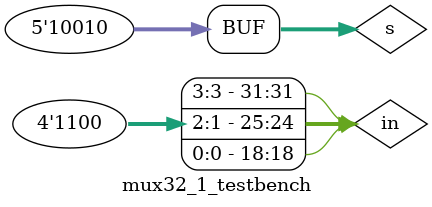
<source format=sv>
`timescale 1ps/1ps
module mux32_1 (out, in, s);
	output logic out;
	input logic [31:0] in;
	input logic [4:0] s;
	logic [1:0] muxout;
	
	logic [31:0] in_reorder;
	
	
	mux16_1 mux1 (.out(muxout[1]), .in(in[31:16]), .s(s[3:0]));
	mux16_1 mux0 (.out(muxout[0]), .in(in[15:0] ), .s(s[3:0]));
	mux2_1 muxF (.out, .in1(muxout[0]), .in2(muxout[1]), .s(s[4]));
endmodule

module mux32_1_testbench();
	logic out;
	logic [31:0] in;
	logic [4:0] s;
	
	// Try all combinations of inputs.
	// varified
	// 
	initial begin
		s = 5'b10010; in[18] = 0; in[24] = 0; in[25] = 1; in[31] = 1; #5000;
		s = 5'b10010; in[18] = 0; in[24] = 1; in[25] = 1; in[31] = 0; #5000;
		s = 5'b10010; in[18] = 0; in[24] = 0; in[25] = 1; in[31] = 1; #5000;	
	end
	
	mux32_1 dut (.out, .in, .s);
endmodule


</source>
